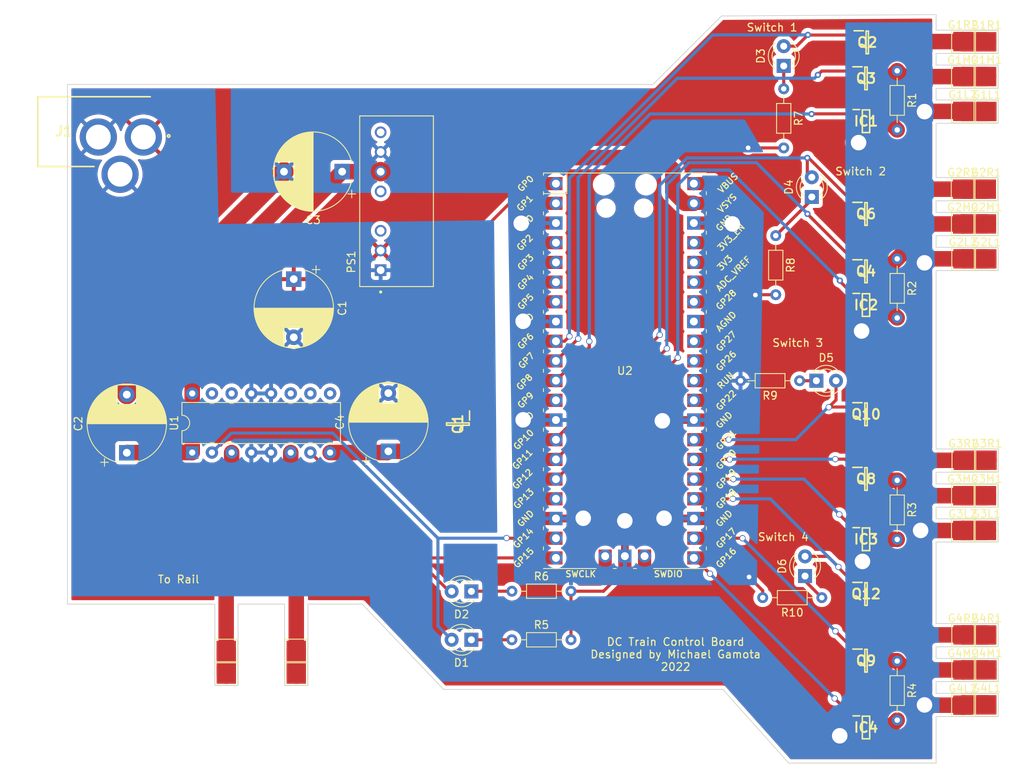
<source format=kicad_pcb>
(kicad_pcb (version 20211014) (generator pcbnew)
  (layers (0 "F.Cu" signal) (31 "B.Cu" signal) (34 "B.Paste" user) (35 "F.Paste" user) (36 "B.SilkS" user "B.Silkscreen") (37 "F.SilkS" user "F.Silkscreen") (38 "B.Mask" user) (39 "F.Mask" user) (44 "Edge.Cuts" user))
  (net 0 "")
  (net 1 "18V")
  (net 2 "GND1")
  (net 3 "+5V")
  (net 4 "GND")
  (net 5 "RAIL")
  (net 6 "Net-(G1M1-Pad1)")
  (net 7 "Net-(G1R1-Pad1)")
  (net 8 "Net-(G2M1-Pad1)")
  (net 9 "Net-(G2R1-Pad1)")
  (net 10 "Net-(G3M1-Pad1)")
  (net 11 "Net-(G3R1-Pad1)")
  (net 12 "Net-(G4M1-Pad1)")
  (net 13 "Net-(G4R1-Pad1)")
  (net 17 "PWM")
  (net 18 "G1A")
  (net 19 "G1B")
  (net 20 "G2B")
  (net 21 "G1C")
  (net 22 "G2A")
  (net 23 "G2C")
  (net 24 "G3B")
  (net 25 "G4B")
  (net 26 "G3A")
  (net 27 "G3C")
  (net 28 "G4A")
  (net 29 "G4C")
  (net 30 "Net-(RailA1-Pad1)")
  (net 31 "Net-(RailB1-Pad1)")
  (net 32 "Rail1")
  (net 33 "Rail2")
  (net 50 "3.3")
  (net 54 "Net-(IC1-Pad3)")
  (net 55 "Net-(IC2-Pad3)")
  (net 56 "Net-(IC3-Pad3)")
  (net 57 "Net-(IC4-Pad3)")
  (net 58 "Net-(D1-Pad1)")
  (net 59 "Net-(D2-Pad1)")
  (net 60 "Net-(D3-Pad1)")
  (net 61 "Net-(D4-Pad1)")
  (net 62 "Net-(D5-Pad1)")
  (net 63 "Net-(D6-Pad1)")
  (footprint "TestPoint:TestPoint_Pad_2.5x2.5mm" (layer "F.Cu") (at 146.47 113.48)
    (fp_text reference "RailA2" hide)
    (fp_text value "TestPoint")
  )
  (footprint "Resistor_THT:R_Axial_DIN0204_L3.6mm_D1.6mm_P7.62mm_Horizontal" (layer "F.Cu") (at 232.98 62.98 -90)
    (fp_text reference "R2")
    (fp_text value "10k")
  )
  (footprint "Package_DIP:DIP-16_W7.62mm" (layer "F.Cu") (at 142.085 87.96 90)
    (fp_text reference "U1")
    (fp_text value "L293D")
  )
  (footprint "TestPoint:TestPoint_Pad_2.5x2.5mm" (layer "F.Cu") (at 244.53 120.49)
    (fp_text reference "G4L1")
    (fp_text value "TestPoint")
  )
  (footprint "TestPoint:TestPoint_Pad_2.5x2.5mm" (layer "F.Cu") (at 241.47 111.47)
    (fp_text reference "G4R2")
    (fp_text value "TestPoint")
  )
  (footprint "TestPoint:TestPoint_Pad_2.5x2.5mm" (layer "F.Cu") (at 244.52 35)
    (fp_text reference "G1R1")
    (fp_text value "TestPoint")
  )
  (footprint "TestPoint:TestPoint_Pad_2.5x2.5mm" (layer "F.Cu") (at 241.47 62.98)
    (fp_text reference "G2L2")
    (fp_text value "TestPoint")
  )
  (footprint "Capacitor_THT:CP_Radial_D10.0mm_P7.50mm" (layer "F.Cu") (at 133.65 87.987677 90)
    (fp_text reference "C2")
    (fp_text value "0.1uF")
  )
  (footprint "SamacSys_Parts:694106301002_1" (layer "F.Cu") (at 122.1795 51.08)
    (fp_text reference "J1")
    (fp_text value "694106301002" hide)
  )
  (footprint "SamacSys_Parts:SOT95P237X112-3N" (layer "F.Cu") (at 228.96 39.72)
    (fp_text reference "Q3")
    (fp_text value "NDS332P" hide)
  )
  (footprint "SamacSys_Parts:SOT95P237X112-3N" (layer "F.Cu") (at 228.96 83.03)
    (fp_text reference "Q10")
    (fp_text value "NDS332P" hide)
  )
  (footprint "SamacSys_Parts:SOT95P237X112-3N" (layer "F.Cu") (at 228.96 91.37)
    (fp_text reference "Q8")
    (fp_text value "NDS332P" hide)
  )
  (footprint "TestPoint:TestPoint_Pad_2.5x2.5mm" (layer "F.Cu") (at 155.5 116.52)
    (fp_text reference "RailB1" hide)
    (fp_text value "TestPoint")
  )
  (footprint "TestPoint:TestPoint_Pad_2.5x2.5mm" (layer "F.Cu") (at 241.45 34.97)
    (fp_text reference "G1R2")
    (fp_text value "TestPoint")
  )
  (footprint "SamacSys_Parts:SOT95P237X112-3N" (layer "F.Cu") (at 228.96 114.8)
    (fp_text reference "Q9")
    (fp_text value "NDS332P" hide)
  )
  (footprint "SamacSys_Parts:SOT95P240X110-3N" (layer "F.Cu") (at 228.96 68.94)
    (fp_text reference "IC2")
    (fp_text value "PJA3404_R1_00001" hide)
  )
  (footprint "TestPoint:TestPoint_Pad_2.5x2.5mm" (layer "F.Cu") (at 146.48 116.52)
    (fp_text reference "RailA1" hide)
    (fp_text value "TestPoint")
  )
  (footprint "Resistor_THT:R_Axial_DIN0204_L3.6mm_D1.6mm_P7.62mm_Horizontal" (layer "F.Cu") (at 232.98 38.74 -90)
    (fp_text reference "R1")
    (fp_text value "10k")
  )
  (footprint "TestPoint:TestPoint_Pad_2.5x2.5mm" (layer "F.Cu") (at 244.49 93.52)
    (fp_text reference "G3M1")
    (fp_text value "TestPoint")
  )
  (footprint "TestPoint:TestPoint_Pad_2.5x2.5mm" (layer "F.Cu") (at 244.49 58.48)
    (fp_text reference "G2M1")
    (fp_text value "TestPoint")
  )
  (footprint "Resistor_THT:R_Axial_DIN0204_L3.6mm_D1.6mm_P7.62mm_Horizontal" (layer "F.Cu") (at 183.3 112.1)
    (fp_text reference "R5")
    (fp_text value "300")
  )
  (footprint "LED_THT:LED_D3.0mm" (layer "F.Cu") (at 221.97 55.005 90)
    (fp_text reference "D4")
    (fp_text value "LED")
  )
  (footprint "TestPoint:TestPoint_Pad_2.5x2.5mm" (layer "F.Cu") (at 241.43 43.97)
    (fp_text reference "G1L2")
    (fp_text value "TestPoint")
  )
  (footprint "TestPoint:TestPoint_Pad_2.5x2.5mm" (layer "F.Cu") (at 241.5 88.96)
    (fp_text reference "G3R2")
    (fp_text value "TestPoint")
  )
  (footprint "TestPoint:TestPoint_Pad_2.5x2.5mm" (layer "F.Cu") (at 244.55 115.98)
    (fp_text reference "G4M1")
    (fp_text value "TestPoint")
  )
  (footprint "LED_THT:LED_D3.0mm" (layer "F.Cu") (at 178.075 112.1 180)
    (fp_text reference "D1")
    (fp_text value "LED")
  )
  (footprint "SamacSys_Parts:SOT95P237X112-3N" (layer "F.Cu") (at 228.96 57.2)
    (fp_text reference "Q6")
    (fp_text value "NDS332P" hide)
  )
  (footprint "TestPoint:TestPoint_Pad_2.5x2.5mm" (layer "F.Cu") (at 244.53 62.99)
    (fp_text reference "G2L1")
    (fp_text value "TestPoint")
  )
  (footprint "TestPoint:TestPoint_Pad_2.5x2.5mm" (layer "F.Cu") (at 241.42 58.49)
    (fp_text reference "G2M2")
    (fp_text value "TestPoint")
  )
  (footprint "Resistor_THT:R_Axial_DIN0204_L3.6mm_D1.6mm_P7.62mm_Horizontal" (layer "F.Cu") (at 223.26 106.67 180)
    (fp_text reference "R10")
    (fp_text value "300")
  )
  (footprint "SamacSys_Parts:SOT95P240X110-3N" (layer "F.Cu") (at 228.96 99.14)
    (fp_text reference "IC3")
    (fp_text value "PJA3404_R1_00001" hide)
  )
  (footprint "SamacSys_Parts:SOT95P240X110-3N" (layer "F.Cu") (at 228.96 45.24)
    (fp_text reference "IC1")
    (fp_text value "PJA3404_R1_00001" hide)
  )
  (footprint "TestPoint:TestPoint_Pad_2.5x2.5mm" (layer "F.Cu") (at 241.43 98.01)
    (fp_text reference "G3L2")
    (fp_text value "TestPoint")
  )
  (footprint "TestPoint:TestPoint_Pad_2.5x2.5mm" (layer "F.Cu") (at 244.47 54)
    (fp_text reference "G2R1")
    (fp_text value "TestPoint")
  )
  (footprint "TestPoint:TestPoint_Pad_2.5x2.5mm" (layer "F.Cu") (at 155.5 113.47)
    (fp_text reference "RailB2" hide)
    (fp_text value "TestPoint")
  )
  (footprint "SamacSys_Parts:SOT95P237X112-3N" (layer "F.Cu") (at 228.96 106.2)
    (fp_text reference "Q12")
    (fp_text value "NDS332P" hide)
  )
  (footprint "Resistor_THT:R_Axial_DIN0204_L3.6mm_D1.6mm_P7.62mm_Horizontal" (layer "F.Cu") (at 183.3 105.84)
    (fp_text reference "R6")
    (fp_text value "300")
  )
  (footprint "TestPoint:TestPoint_Pad_2.5x2.5mm" (layer "F.Cu") (at 244.52 111.48)
    (fp_text reference "G4R1")
    (fp_text value "TestPoint")
  )
  (footprint "TestPoint:TestPoint_Pad_2.5x2.5mm" (layer "F.Cu") (at 244.51 39.48)
    (fp_text reference "G1M1")
    (fp_text value "TestPoint")
  )
  (footprint "TestPoint:TestPoint_Pad_2.5x2.5mm" (layer "F.Cu") (at 244.49 98)
    (fp_text reference "G3L1")
    (fp_text value "TestPoint")
  )
  (footprint "TestPoint:TestPoint_Pad_2.5x2.5mm" (layer "F.Cu") (at 244.56 88.95)
    (fp_text reference "G3R1")
    (fp_text value "TestPoint")
  )
  (footprint "TestPoint:TestPoint_Pad_2.5x2.5mm" (layer "F.Cu") (at 241.45 120.53)
    (fp_text reference "G4L2")
    (fp_text value "TestPoint")
  )
  (footprint "SamacSys_Parts:SOT95P237X112-3N" (layer "F.Cu") (at 228.96 64.6)
    (fp_text reference "Q4")
    (fp_text value "NDS332P" hide)
  )
  (footprint "Resistor_THT:R_Axial_DIN0204_L3.6mm_D1.6mm_P7.62mm_Horizontal" (layer "F.Cu") (at 217.32 59.99 -90)
    (fp_text reference "R8")
    (fp_text value "300")
  )
  (footprint "SamacSys_Parts:SOT95P240X110-3N" (layer "F.Cu") (at 228.96 123.41)
    (fp_text reference "IC4")
    (fp_text value "PJA3404_R1_00001" hide)
  )
  (footprint "TestPoint:TestPoint_Pad_2.5x2.5mm" (layer "F.Cu") (at 241.44 39.49)
    (fp_text reference "G1M2")
    (fp_text value "TestPoint")
  )
  (footprint "TestPoint:TestPoint_Pad_2.5x2.5mm" (layer "F.Cu") (at 244.54 43.98)
    (fp_text reference "G1L1")
    (fp_text value "TestPoint")
  )
  (footprint "SamacSys_Parts:SOT95P237X112-3N" (layer "F.Cu") (at 229.12 35.08)
    (fp_text reference "Q2")
    (fp_text value "NDS332P" hide)
  )
  (footprint "Capacitor_THT:CP_Radial_D10.0mm_P7.50mm" (layer "F.Cu") (at 155.175 65.602323 -90)
    (fp_text reference "C1")
    (fp_text value "100uF")
  )
  (footprint "LED_THT:LED_D3.0mm" (layer "F.Cu") (at 221.1 103.885 90)
    (fp_text reference "D6")
    (fp_text value "LED")
  )
  (footprint "MCU_RaspberryPi_and_Boards:RPi_Pico_SMD_TH" (layer "F.Cu") (at 197.87 77.415)
    (fp_text reference "U2")
    (fp_text value "Pico")
  )
  (footprint "Resistor_THT:R_Axial_DIN0204_L3.6mm_D1.6mm_P7.62mm_Horizontal" (layer "F.Cu") (at 218.35 41.06 -90)
    (fp_text reference "R7")
    (fp_text value "300")
  )
  (footprint "Capacitor_THT:CP_Radial_D10.0mm_P7.50mm" (layer "F.Cu") (at 167.37488 87.795119 90)
    (fp_text reference "C4")
    (fp_text value "1uF")
  )
  (footprint "Capacitor_THT:CP_Radial_D10.0mm_P7.50mm" (layer "F.Cu") (at 161.417677 51.74 180)
    (fp_text reference "C3")
    (fp_text value "10uF")
  )
  (footprint "LED_THT:LED_D3.0mm" (layer "F.Cu") (at 222.555 78.7)
    (fp_text reference "D5")
    (fp_text value "LED")
  )
  (footprint "LED_THT:LED_D3.0mm" (layer "F.Cu") (at 178.075 105.86 180)
    (fp_text reference "D2")
    (fp_text value "LED")
  )
  (footprint "Resistor_THT:R_Axial_DIN0204_L3.6mm_D1.6mm_P7.62mm_Horizontal" (layer "F.Cu") (at 232.98 91.54 -90)
    (fp_text reference "R3")
    (fp_text value "10k")
  )
  (footprint "LED_THT:LED_D3.0mm" (layer "F.Cu") (at 218.35 38.105 90)
    (fp_text reference "D3")
    (fp_text value "LED")
  )
  (footprint "Resistor_THT:R_Axial_DIN0204_L3.6mm_D1.6mm_P7.62mm_Horizontal" (layer "F.Cu") (at 220.4 78.7 180)
    (fp_text reference "R9")
    (fp_text value "300")
  )
  (footprint "SamacSys_Parts:SOT95P237X112-3N" (layer "F.Cu") (at 176.34 84.29 -90)
    (fp_text reference "Q1")
    (fp_text value "NDS332P" hide)
  )
  (footprint "UWF1215S-3WR3:CONV_UWF1215S-3WR3" (layer "F.Cu") (at 168.43 55.5575 90)
    (fp_text reference "PS1")
    (fp_text value "UWF1215S-3WR3")
  )
  (footprint "TestPoint:TestPoint_Pad_2.5x2.5mm" (layer "F.Cu") (at 241.44 93.52)
    (fp_text reference "G3M2")
    (fp_text value "TestPoint")
  )
  (footprint "TestPoint:TestPoint_Pad_2.5x2.5mm" (layer "F.Cu") (at 241.4 54)
    (fp_text reference "G2R2")
    (fp_text value "TestPoint")
  )
  (footprint "TestPoint:TestPoint_Pad_2.5x2.5mm" (layer "F.Cu") (at 241.47 115.99)
    (fp_text reference "G4M2")
    (fp_text value "TestPoint")
  )
  (footprint "Resistor_THT:R_Axial_DIN0204_L3.6mm_D1.6mm_P7.62mm_Horizontal" (layer "F.Cu") (at 232.98 114.84 -90)
    (fp_text reference "R4")
    (fp_text value "10k")
  )
  (gr_line (start 246 45.5) (end 238 45.5) (layer "Edge.Cuts") (width 0.1))
  (gr_line (start 174.5 118.5) (end 210.5 118.5) (layer "Edge.Cuts") (width 0.1))
  (gr_line (start 148 107.5) (end 154 107.5) (layer "Edge.Cuts") (width 0.1))
  (gr_line (start 238 55.5) (end 238 57) (layer "Edge.Cuts") (width 0.1))
  (gr_line (start 246 64.5) (end 238 64.5) (layer "Edge.Cuts") (width 0.1))
  (gr_line (start 126 107.5) (end 145 107.5) (layer "Edge.Cuts") (width 0.1))
  (gr_line (start 246 114.5) (end 246 117.5) (layer "Edge.Cuts") (width 0.1))
  (gr_line (start 246 119) (end 246 122) (layer "Edge.Cuts") (width 0.1))
  (gr_line (start 238 52.5) (end 246 52.5) (layer "Edge.Cuts") (width 0.1))
  (gr_line (start 238 60) (end 238 61.5) (layer "Edge.Cuts") (width 0.1))
  (gr_line (start 227 128) (end 228 128) (layer "Edge.Cuts") (width 0.1))
  (gr_line (start 238 57) (end 246 57) (layer "Edge.Cuts") (width 0.1))
  (gr_line (start 238 122) (end 238 128) (layer "Edge.Cuts") (width 0.1))
  (gr_line (start 238 96.5) (end 246 96.5) (layer "Edge.Cuts") (width 0.1))
  (gr_line (start 246 38) (end 246 41) (layer "Edge.Cuts") (width 0.1))
  (gr_line (start 148 118) (end 148 110) (layer "Edge.Cuts") (width 0.1))
  (gr_line (start 210.5 118.5) (end 219 128) (layer "Edge.Cuts") (width 0.1))
  (gr_line (start 238 41) (end 238 42.5) (layer "Edge.Cuts") (width 0.1))
  (gr_line (start 238 45.5) (end 238 52.5) (layer "Edge.Cuts") (width 0.1))
  (gr_line (start 246 110) (end 246 113) (layer "Edge.Cuts") (width 0.1))
  (gr_line (start 238 110) (end 246 110) (layer "Edge.Cuts") (width 0.1))
  (gr_line (start 210.33 31.67) (end 204 38) (layer "Edge.Cuts") (width 0.1))
  (gr_line (start 246 33.5) (end 246 36.5) (layer "Edge.Cuts") (width 0.1))
  (gr_line (start 164 107.5) (end 174.5 118.5) (layer "Edge.Cuts") (width 0.1))
  (gr_line (start 246 36.5) (end 238 36.5) (layer "Edge.Cuts") (width 0.1))
  (gr_line (start 154 110) (end 154 118) (layer "Edge.Cuts") (width 0.1))
  (gr_line (start 238 61.5) (end 246 61.5) (layer "Edge.Cuts") (width 0.1))
  (gr_line (start 126 40.5) (end 126 107.5) (layer "Edge.Cuts") (width 0.1))
  (gr_line (start 154 118) (end 157 118) (layer "Edge.Cuts") (width 0.1))
  (gr_line (start 246 122) (end 238 122) (layer "Edge.Cuts") (width 0.1))
  (gr_line (start 238 119) (end 246 119) (layer "Edge.Cuts") (width 0.1))
  (gr_line (start 238 99.5) (end 238 110) (layer "Edge.Cuts") (width 0.1))
  (gr_line (start 246 42.5) (end 246 45.5) (layer "Edge.Cuts") (width 0.1))
  (gr_line (start 238 113) (end 238 114.5) (layer "Edge.Cuts") (width 0.1))
  (gr_line (start 238 90.5) (end 238 92) (layer "Edge.Cuts") (width 0.1))
  (gr_line (start 238 117.5) (end 238 119) (layer "Edge.Cuts") (width 0.1))
  (gr_line (start 219 128) (end 227 128) (layer "Edge.Cuts") (width 0.1))
  (gr_line (start 228 128) (end 238 128) (layer "Edge.Cuts") (width 0.1))
  (gr_line (start 157 107.5) (end 164 107.5) (layer "Edge.Cuts") (width 0.1))
  (gr_line (start 238 38) (end 246 38) (layer "Edge.Cuts") (width 0.1))
  (gr_line (start 210.33 31.67) (end 236.5 31.5) (layer "Edge.Cuts") (width 0.1))
  (gr_line (start 246 55.5) (end 238 55.5) (layer "Edge.Cuts") (width 0.1))
  (gr_line (start 236.5 31.5) (end 238 31.5) (layer "Edge.Cuts") (width 0.1))
  (gr_line (start 201.5 40.5) (end 126 40.5) (layer "Edge.Cuts") (width 0.1))
  (gr_line (start 246 60) (end 238 60) (layer "Edge.Cuts") (width 0.1))
  (gr_line (start 246 57) (end 246 60) (layer "Edge.Cuts") (width 0.1))
  (gr_line (start 246 52.5) (end 246 55.5) (layer "Edge.Cuts") (width 0.1))
  (gr_line (start 246 113) (end 238 113) (layer "Edge.Cuts") (width 0.1))
  (gr_line (start 246 92) (end 246 95) (layer "Edge.Cuts") (width 0.1))
  (gr_line (start 204 38) (end 201.5 40.5) (layer "Edge.Cuts") (width 0.1))
  (gr_line (start 238 33) (end 238 33.5) (layer "Edge.Cuts") (width 0.1))
  (gr_line (start 145 110) (end 145 107.5) (layer "Edge.Cuts") (width 0.1))
  (gr_line (start 238 31.5) (end 238 33) (layer "Edge.Cuts") (width 0.1))
  (gr_line (start 157 118) (end 157 107.5) (layer "Edge.Cuts") (width 0.1))
  (gr_line (start 238 33.5) (end 246 33.5) (layer "Edge.Cuts") (width 0.1))
  (gr_line (start 238 92) (end 246 92) (layer "Edge.Cuts") (width 0.1))
  (gr_line (start 238 36.5) (end 238 38) (layer "Edge.Cuts") (width 0.1))
  (gr_line (start 246 96.5) (end 246 99.5) (layer "Edge.Cuts") (width 0.1))
  (gr_line (start 238 87.5) (end 246 87.5) (layer "Edge.Cuts") (width 0.1))
  (gr_line (start 238 42.5) (end 246 42.5) (layer "Edge.Cuts") (width 0.1))
  (gr_line (start 145 110) (end 145 118) (layer "Edge.Cuts") (width 0.1))
  (gr_line (start 246 41) (end 238 41) (layer "Edge.Cuts") (width 0.1))
  (gr_line (start 238 114.5) (end 246 114.5) (layer "Edge.Cuts") (width 0.1))
  (gr_line (start 154 107.5) (end 154 110) (layer "Edge.Cuts") (width 0.1))
  (gr_line (start 246 95) (end 238 95) (layer "Edge.Cuts") (width 0.1))
  (gr_line (start 145 118) (end 148 118) (layer "Edge.Cuts") (width 0.1))
  (gr_line (start 238 95) (end 238 96.5) (layer "Edge.Cuts") (width 0.1))
  (gr_line (start 246 99.5) (end 238 99.5) (layer "Edge.Cuts") (width 0.1))
  (gr_line (start 246 61.5) (end 246 64.5) (layer "Edge.Cuts") (width 0.1))
  (gr_line (start 246 87.5) (end 246 90.5) (layer "Edge.Cuts") (width 0.1))
  (gr_line (start 238 64.5) (end 238 87.5) (layer "Edge.Cuts") (width 0.1))
  (gr_line (start 246 117.5) (end 238 117.5) (layer "Edge.Cuts") (width 0.1))
  (gr_line (start 148 110) (end 148 107.5) (layer "Edge.Cuts") (width 0.1))
  (gr_line (start 246 90.5) (end 238 90.5) (layer "Edge.Cuts") (width 0.1))
  (gr_text "To Rail" (at 140.33 104.31) (layer "F.SilkS") (effects (font (size 1 1))))
  (gr_text "Switch 1" (at 216.85 33.15) (layer "F.SilkS") (effects (font (size 1 1))))
  (gr_text "Switch 2" (at 228.27 51.71) (layer "F.SilkS") (effects (font (size 1 1))))
  (gr_text "DC Train Control Board\nDesigned by Michael Gamota\n2022" (at 204.41 113.98) (layer "F.SilkS") (effects (font (size 1 1))))
  (gr_text "Switch 3" (at 220.16 73.82) (layer "F.SilkS") (effects (font (size 1 1))))
  (gr_text "Switch 4" (at 218.3 98.85) (layer "F.SilkS") (effects (font (size 1 1))))
  (segment (start 236.01 98.01) (end 236 98) (width 2) (layer "F.Cu") (net 2))
  (segment (start 244.53 120.49) (end 241.49 120.49) (width 2.5) (layer "F.Cu") (net 2))
  (segment (start 241.44 43.98) (end 241.43 43.97) (width 2.5) (layer "F.Cu") (net 2))
  (segment (start 228.39 72.29) (end 227.71 71.61) (width 1) (layer "F.Cu") (net 2))
  (segment (start 236.53 120.53) (end 236.5 120.5) (width 2) (layer "F.Cu") (net 2))
  (segment (start 241.45 120.53) (end 236.53 120.53) (width 2) (layer "F.Cu") (net 2))
  (segment (start 244.53 62.99) (end 241.48 62.99) (width 2.5) (layer "F.Cu") (net 2))
  (segment (start 237.02 62.98) (end 236.5 63.5) (width 2) (layer "F.Cu") (net 2))
  (segment (start 241.48 62.99) (end 241.47 62.98) (width 2.5) (layer "F.Cu") (net 2))
  (segment (start 227.71 100.09) (end 227.71 101.21) (width 1) (layer "F.Cu") (net 2))
  (segment (start 241.49 120.49) (end 241.45 120.53) (width 2.5) (layer "F.Cu") (net 2))
  (segment (start 227.71 46.19) (end 227.71 47.71) (width 1) (layer "F.Cu") (net 2))
  (segment (start 227.71 47.71) (end 228 48) (width 1) (layer "F.Cu") (net 2))
  (segment (start 241.43 98.01) (end 236.01 98.01) (width 2) (layer "F.Cu") (net 2))
  (segment (start 241.43 43.97) (end 236.53 43.97) (width 2) (layer "F.Cu") (net 2))
  (segment (start 241.47 62.98) (end 237.02 62.98) (width 2) (layer "F.Cu") (net 2))
  (segment (start 241.44 98) (end 241.43 98.01) (width 2.5) (layer "F.Cu") (net 2))
  (segment (start 244.49 98) (end 241.44 98) (width 2.5) (layer "F.Cu") (net 2))
  (segment (start 227.71 71.61) (end 227.71 69.89) (width 1) (layer "F.Cu") (net 2))
  (segment (start 227.71 101.21) (end 228.5 102) (width 1) (layer "F.Cu") (net 2))
  (segment (start 244.54 43.98) (end 241.44 43.98) (width 2.5) (layer "F.Cu") (net 2))
  (segment (start 236.53 43.97) (end 236.5 44) (width 2) (layer "F.Cu") (net 2))
  (segment (start 225.69 124.36) (end 227.71 124.36) (width 1) (layer "F.Cu") (net 2))
  (segment (start 225.57 124.48) (end 225.69 124.36) (width 1) (layer "F.Cu") (net 2))
  (via (at 228.39 72.29) (size 2.5) (drill 2) (layers "F.Cu" "B.Cu") (net 2))
  (via (at 228 48) (size 2.5) (drill 2) (layers "F.Cu" "B.Cu") (net 2))
  (via (at 236.5 120.5) (size 2.5) (drill 2) (layers "F.Cu" "B.Cu") (net 2))
  (via (at 228.5 102) (size 2.5) (drill 2) (layers "F.Cu" "B.Cu") (net 2))
  (via (at 236.5 44) (size 2.5) (drill 2) (layers "F.Cu" "B.Cu") (net 2))
  (via (at 225.57 124.48) (size 2.5) (drill 2) (layers "F.Cu" "B.Cu") (net 2))
  (via (at 236 98) (size 2.5) (drill 2) (layers "F.Cu" "B.Cu") (net 2))
  (via (at 236.5 63.5) (size 2.5) (drill 2) (layers "F.Cu" "B.Cu") (net 2))
  (segment (start 205.608709 55.825) (end 204.05 54.266291) (width 2) (layer "F.Cu") (net 3))
  (segment (start 142.085 87.96) (end 133.677677 87.96) (width 2) (layer "F.Cu") (net 3))
  (segment (start 133.677677 87.96) (end 133.65 87.987677) (width 2) (layer "F.Cu") (net 3))
  (segment (start 174.45 49.93) (end 172.6325 51.7475) (width 2) (layer "F.Cu") (net 3))
  (segment (start 142.085 71.072677) (end 142.085 80.34) (width 2) (layer "F.Cu") (net 3))
  (segment (start 166.3725 51.74) (end 166.38 51.7475) (width 2.5) (layer "F.Cu") (net 3))
  (segment (start 166.38 51.7475) (end 161.425177 51.7475) (width 2) (layer "F.Cu") (net 3))
  (segment (start 206.76 55.825) (end 205.608709 55.825) (width 2) (layer "F.Cu") (net 3))
  (segment (start 172.6325 51.7475) (end 166.38 51.7475) (width 2) (layer "F.Cu") (net 3))
  (segment (start 142.085 87.96) (end 142.085 80.34) (width 2) (layer "F.Cu") (net 3))
  (segment (start 161.417677 51.74) (end 142.085 71.072677) (width 2) (layer "F.Cu") (net 3))
  (segment (start 202.5 49.93) (end 174.45 49.93) (width 2) (layer "F.Cu") (net 3))
  (segment (start 204.05 54.266291) (end 204.05 51.48) (width 2) (layer "F.Cu") (net 3))
  (segment (start 204.05 51.48) (end 202.5 49.93) (width 2) (layer "F.Cu") (net 3))
  (segment (start 161.425177 51.7475) (end 161.417677 51.74) (width 2) (layer "F.Cu") (net 3))
  (segment (start 192.465 96.465) (end 192.5 96.43) (width 1) (layer "F.Cu") (net 4))
  (segment (start 206.76 58.365) (end 211.615 58.365) (width 1) (layer "F.Cu") (net 4))
  (segment (start 188.98 58.365) (end 184.535 58.365) (width 1) (layer "F.Cu") (net 4))
  (segment (start 197.87 96.77) (end 197.86 96.76) (width 1) (layer "F.Cu") (net 4))
  (segment (start 184.775 83.765) (end 184.75 83.74) (width 1) (layer "F.Cu") (net 4))
  (segment (start 190.92 112.1) (end 190.92 105.84) (width 0.4) (layer "F.Cu") (net 4))
  (segment (start 202.955 96.465) (end 202.92 96.43) (width 1) (layer "F.Cu") (net 4))
  (segment (start 211.615 58.365) (end 211.73 58.48) (width 1) (layer "F.Cu") (net 4))
  (segment (start 206.76 96.465) (end 202.955 96.465) (width 1) (layer "F.Cu") (net 4))
  (segment (start 214.74 67.61) (end 214.7 67.65) (width 0.4) (layer "F.Cu") (net 4))
  (segment (start 133.65 72.007677) (end 153.917677 51.74) (width 2.5) (layer "F.Cu") (net 4))
  (segment (start 197.87 101.315) (end 197.87 96.77) (width 1) (layer "F.Cu") (net 4))
  (segment (start 188.98 96.465) (end 192.465 96.465) (width 1) (layer "F.Cu") (net 4))
  (segment (start 184.785 71.065) (end 184.75 71.03) (width 1) (layer "F.Cu") (net 4))
  (segment (start 197.87 103.075) (end 197.87 101.315) (width 0.4) (layer "F.Cu") (net 4))
  (segment (start 215.64 106.67) (end 215.64 105.76) (width 0.4) (layer "F.Cu") (net 4))
  (segment (start 184.535 58.365) (end 184.5 58.4) (width 1) (layer "F.Cu") (net 4))
  (segment (start 133.65 80.487677) (end 133.65 72.007677) (width 2.5) (layer "F.Cu") (net 4))
  (segment (start 217.32 67.61) (end 214.74 67.61) (width 0.4) (layer "F.Cu") (net 4))
  (segment (start 195.105 105.84) (end 197.87 103.075) (width 0.4) (layer "F.Cu") (net 4))
  (segment (start 213.77 48.68) (end 213.76 48.67) (width 0.4) (layer "F.Cu") (net 4))
  (segment (start 190.92 105.84) (end 195.105 105.84) (width 0.4) (layer "F.Cu") (net 4))
  (segment (start 215.64 105.76) (end 213.88 104) (width 0.4) (layer "F.Cu") (net 4))
  (segment (start 218.35 48.68) (end 213.77 48.68) (width 0.4) (layer "F.Cu") (net 4))
  (segment (start 188.98 83.765) (end 184.775 83.765) (width 1) (layer "F.Cu") (net 4))
  (segment (start 206.76 83.765) (end 202.805 83.765) (width 1) (layer "F.Cu") (net 4))
  (segment (start 202.805 83.765) (end 202.7 83.87) (width 1) (layer "F.Cu") (net 4))
  (segment (start 188.98 71.065) (end 184.785 71.065) (width 1) (layer "F.Cu") (net 4))
  (via (at 197.86 96.76) (size 2.5) (drill 2) (layers "F.Cu" "B.Cu") (net 4))
  (via (at 213.76 48.67) (size 0.8) (drill 0.6) (layers "F.Cu" "B.Cu") (net 4))
  (via (at 214.7 67.65) (size 0.8) (drill 0.6) (layers "F.Cu" "B.Cu") (net 4))
  (via (at 184.75 83.74) (size 2.5) (drill 2) (layers "F.Cu" "B.Cu") (net 4))
  (via (at 202.92 96.43) (size 2.5) (drill 2) (layers "F.Cu" "B.Cu") (net 4))
  (via (at 213.88 104) (size 0.8) (drill 0.6) (layers "F.Cu" "B.Cu") (net 4))
  (via (at 184.5 58.4) (size 2.5) (drill 2) (layers "F.Cu" "B.Cu") (net 4))
  (via (at 184.75 71.03) (size 2.5) (drill 2) (layers "F.Cu" "B.Cu") (net 4))
  (via (at 211.73 58.48) (size 2.5) (drill 2) (layers "F.Cu" "B.Cu") (net 4))
  (via (at 192.5 96.43) (size 2.5) (drill 2) (layers "F.Cu" "B.Cu") (net 4))
  (via (at 202.7 83.87) (size 2.5) (drill 2) (layers "F.Cu" "B.Cu") (net 4))
  (segment (start 159.865 87.96) (end 167.209999 87.96) (width 2) (layer "F.Cu") (net 5))
  (segment (start 167.209999 87.96) (end 167.37488 87.795119) (width 2) (layer "F.Cu") (net 5))
  (segment (start 167.37488 87.795119) (end 173.934881 87.795119) (width 2) (layer "F.Cu") (net 5))
  (segment (start 173.934881 87.795119) (end 176.34 85.39) (width 2) (layer "F.Cu") (net 5))
  (segment (start 241.45 39.48) (end 241.44 39.49) (width 2.5) (layer "F.Cu") (net 6))
  (segment (start 233.73 39.49) (end 232.98 38.74) (width 2) (layer "F.Cu") (net 6))
  (segment (start 232 39.72) (end 232.98 38.74) (width 2) (layer "F.Cu") (net 6))
  (segment (start 230.06 39.72) (end 232 39.72) (width 2) (layer "F.Cu") (net 6))
  (segment (start 241.44 39.49) (end 233.73 39.49) (width 2) (layer "F.Cu") (net 6))
  (segment (start 244.51 39.48) (end 241.45 39.48) (width 2.5) (layer "F.Cu") (net 6))
  (segment (start 244.52 35) (end 241.48 35) (width 2.5) (layer "F.Cu") (net 7))
  (segment (start 241.45 34.97) (end 230.33 34.97) (width 2) (layer "F.Cu") (net 7))
  (segment (start 230.33 34.97) (end 230.22 35.08) (width 2) (layer "F.Cu") (net 7))
  (segment (start 241.48 35) (end 241.45 34.97) (width 2.5) (layer "F.Cu") (net 7))
  (segment (start 236.38 59.58) (end 236.38 59.55) (width 2) (layer "F.Cu") (net 8))
  (segment (start 241.43 58.48) (end 241.42 58.49) (width 2.5) (layer "F.Cu") (net 8))
  (segment (start 236.36 59.53) (end 236.38 59.55) (width 2) (layer "F.Cu") (net 8))
  (segment (start 231.36 64.6) (end 232.98 62.98) (width 2) (layer "F.Cu") (net 8))
  (segment (start 237.4 58.49) (end 236.36 59.53) (width 2) (layer "F.Cu") (net 8))
  (segment (start 230.06 64.6) (end 231.36 64.6) (width 2) (layer "F.Cu") (net 8))
  (segment (start 232.98 62.98) (end 236.38 59.58) (width 2) (layer "F.Cu") (net 8))
  (segment (start 241.42 58.49) (end 237.4 58.49) (width 2) (layer "F.Cu") (net 8))
  (segment (start 244.49 58.48) (end 241.43 58.48) (width 2.5) (layer "F.Cu") (net 8))
  (segment (start 241.4 54) (end 233.26 54) (width 2) (layer "F.Cu") (net 9))
  (segment (start 233.26 54) (end 230.06 57.2) (width 2) (layer "F.Cu") (net 9))
  (segment (start 244.47 54) (end 241.4 54) (width 2.5) (layer "F.Cu") (net 9))
  (segment (start 244.49 93.52) (end 241.44 93.52) (width 2.5) (layer "F.Cu") (net 10))
  (segment (start 232.98 91.54) (end 230.23 91.54) (width 2) (layer "F.Cu") (net 10))
  (segment (start 241.44 93.52) (end 234.96 93.52) (width 2) (layer "F.Cu") (net 10))
  (segment (start 230.23 91.54) (end 230.06 91.37) (width 2) (layer "F.Cu") (net 10))
  (segment (start 234.96 93.52) (end 232.98 91.54) (width 2) (layer "F.Cu") (net 10))
  (segment (start 244.56 88.95) (end 241.51 88.95) (width 2.5) (layer "F.Cu") (net 11))
  (segment (start 235.99 88.96) (end 230.06 83.03) (width 2) (layer "F.Cu") (net 11))
  (segment (start 241.5 88.96) (end 235.99 88.96) (width 2) (layer "F.Cu") (net 11))
  (segment (start 241.51 88.95) (end 241.5 88.96) (width 2.5) (layer "F.Cu") (net 11))
  (segment (start 241.48 115.98) (end 241.47 115.99) (width 2.5) (layer "F.Cu") (net 12))
  (segment (start 230.06 114.8) (end 232.94 114.8) (width 2) (layer "F.Cu") (net 12))
  (segment (start 241.47 115.99) (end 234.13 115.99) (width 2) (layer "F.Cu") (net 12))
  (segment (start 244.55 115.98) (end 241.48 115.98) (width 2.5) (layer "F.Cu") (net 12))
  (segment (start 232.94 114.8) (end 232.98 114.84) (width 2) (layer "F.Cu") (net 12))
  (segment (start 234.13 115.99) (end 232.98 114.84) (width 2) (layer "F.Cu") (net 12))
  (segment (start 235.33 111.47) (end 230.06 106.2) (width 2) (layer "F.Cu") (net 13))
  (segment (start 244.52 111.48) (end 241.48 111.48) (width 2.5) (layer "F.Cu") (net 13))
  (segment (start 241.47 111.47) (end 235.33 111.47) (width 2) (layer "F.Cu") (net 13))
  (segment (start 241.48 111.48) (end 241.47 111.47) (width 2.5) (layer "F.Cu") (net 13))
  (segment (start 188.98 53.285) (end 185.535 53.285) (width 0.4) (layer "F.Cu") (net 17))
  (segment (start 185.535 53.285) (end 177.29 61.53) (width 0.4) (layer "F.Cu") (net 17))
  (segment (start 177.29 61.53) (end 177.29 83.19) (width 0.4) (layer "F.Cu") (net 17))
  (segment (start 190.72 72.98) (end 190.095 73.605) (width 0.4) (layer "F.Cu") (net 18))
  (segment (start 221.47 34.11) (end 221.49 34.13) (width 0.4) (layer "F.Cu") (net 18))
  (segment (start 221.49 34.13) (end 228.02 34.13) (width 0.4) (layer "F.Cu") (net 18))
  (segment (start 218.35 35.565) (end 220.015 35.565) (width 0.4) (layer "F.Cu") (net 18))
  (segment (start 220.015 35.565) (end 221.47 34.11) (width 0.4) (layer "F.Cu") (net 18))
  (segment (start 190.095 73.605) (end 188.98 73.605) (width 0.4) (layer "F.Cu") (net 18))
  (via (at 221.47 34.11) (size 0.8) (drill 0.4) (layers "F.Cu" "B.Cu") (net 18))
  (via (at 190.72 72.98) (size 0.8) (drill 0.6) (layers "F.Cu" "B.Cu") (net 18))
  (segment (start 209.19 34.11) (end 221.47 34.11) (width 0.4) (layer "B.Cu") (net 18))
  (segment (start 190.72 72.98) (end 190.72 52.58) (width 0.4) (layer "B.Cu") (net 18))
  (segment (start 190.72 52.58) (end 209.19 34.11) (width 0.4) (layer "B.Cu") (net 18))
  (segment (start 188.98 76.145) (end 191.85 73.275) (width 0.4) (layer "F.Cu") (net 19))
  (segment (start 223.25 38.77) (end 227.86 38.77) (width 0.4) (layer "F.Cu") (net 19))
  (segment (start 222.75 39.27) (end 223.25 38.77) (width 0.4) (layer "F.Cu") (net 19))
  (via (at 191.85 73.275) (size 0.8) (drill 0.6) (layers "F.Cu" "B.Cu") (net 19))
  (via (at 222.75 39.27) (size 0.8) (drill 0.4) (layers "F.Cu" "B.Cu") (net 19))
  (segment (start 222.32 39.7) (end 204.63 39.7) (width 0.4) (layer "B.Cu") (net 19))
  (segment (start 222.75 39.27) (end 222.32 39.7) (width 0.4) (layer "B.Cu") (net 19))
  (segment (start 204.63 39.7) (end 191.85 52.48) (width 0.4) (layer "B.Cu") (net 19))
  (segment (start 191.85 52.48) (end 191.85 73.275) (width 0.4) (layer "B.Cu") (net 19))
  (segment (start 188.98 88.845) (end 203.28 74.545) (width 0.4) (layer "F.Cu") (net 20))
  (segment (start 221.41 57.19) (end 221.41 57.2) (width 0.4) (layer "F.Cu") (net 20))
  (segment (start 221.41 57.2) (end 227.86 63.65) (width 0.4) (layer "F.Cu") (net 20))
  (via (at 221.41 57.19) (size 0.8) (drill 0.4) (layers "F.Cu" "B.Cu") (net 20))
  (via (at 203.28 74.545) (size 0.8) (drill 0.6) (layers "F.Cu" "B.Cu") (net 20))
  (segment (start 206.114264 50.584264) (end 203.28 53.418528) (width 0.4) (layer "B.Cu") (net 20))
  (segment (start 221.41 57.16) (end 214.834264 50.584264) (width 0.4) (layer "B.Cu") (net 20))
  (segment (start 214.834264 50.584264) (end 206.114264 50.584264) (width 0.4) (layer "B.Cu") (net 20))
  (segment (start 203.28 53.418528) (end 203.28 74.545) (width 0.4) (layer "B.Cu") (net 20))
  (segment (start 221.41 57.19) (end 221.41 57.16) (width 0.4) (layer "B.Cu") (net 20))
  (segment (start 193.28 74.385) (end 193.28 73.62) (width 0.4) (layer "F.Cu") (net 21))
  (segment (start 188.98 78.685) (end 193.28 74.385) (width 0.4) (layer "F.Cu") (net 21))
  (segment (start 221.96 44.29) (end 227.71 44.29) (width 0.4) (layer "F.Cu") (net 21))
  (segment (start 221.94 44.31) (end 221.96 44.29) (width 0.4) (layer "F.Cu") (net 21))
  (via (at 193.28 73.62) (size 0.8) (drill 0.6) (layers "F.Cu" "B.Cu") (net 21))
  (via (at 221.94 44.31) (size 0.8) (drill 0.4) (layers "F.Cu" "B.Cu") (net 21))
  (segment (start 221.94 44.31) (end 221.93 44.3) (width 0.4) (layer "B.Cu") (net 21))
  (segment (start 201.12 44.3) (end 193.28 52.14) (width 0.4) (layer "B.Cu") (net 21))
  (segment (start 193.28 52.14) (end 193.28 73.62) (width 0.4) (layer "B.Cu") (net 21))
  (segment (start 221.93 44.3) (end 201.12 44.3) (width 0.4) (layer "B.Cu") (net 21))
  (segment (start 221.39 49.97) (end 221.56 49.97) (width 0.4) (layer "F.Cu") (net 22))
  (segment (start 221.56 49.97) (end 227.84 56.25) (width 0.4) (layer "F.Cu") (net 22))
  (segment (start 227.84 56.25) (end 227.86 56.25) (width 0.4) (layer "F.Cu") (net 22))
  (segment (start 188.98 86.17) (end 202.36 72.79) (width 0.4) (layer "F.Cu") (net 22))
  (segment (start 221.39 51.885) (end 221.97 52.465) (width 0.4) (layer "F.Cu") (net 22))
  (segment (start 188.98 86.305) (end 188.98 86.17) (width 0.4) (layer "F.Cu") (net 22))
  (segment (start 221.39 49.97) (end 221.39 51.885) (width 0.4) (layer "F.Cu") (net 22))
  (via (at 221.39 49.97) (size 0.8) (drill 0.4) (layers "F.Cu" "B.Cu") (net 22))
  (via (at 202.36 72.79) (size 0.8) (drill 0.6) (layers "F.Cu" "B.Cu") (net 22))
  (segment (start 221.39 49.97) (end 205.88 49.97) (width 0.4) (layer "B.Cu") (net 22))
  (segment (start 202.36 53.49) (end 202.36 72.79) (width 0.4) (layer "B.Cu") (net 22))
  (segment (start 205.88 49.97) (end 202.36 53.49) (width 0.4) (layer "B.Cu") (net 22))
  (segment (start 189.035 91.385) (end 204.69 75.73) (width 0.4) (layer "F.Cu") (net 23))
  (segment (start 225.59 65.87) (end 227.71 67.99) (width 0.4) (layer "F.Cu") (net 23))
  (segment (start 225.59 65.79) (end 225.59 65.87) (width 0.4) (layer "F.Cu") (net 23))
  (segment (start 188.98 91.385) (end 189.035 91.385) (width 0.4) (layer "F.Cu") (net 23))
  (via (at 225.59 65.79) (size 0.8) (drill 0.4) (layers "F.Cu" "B.Cu") (net 23))
  (via (at 204.69 75.73) (size 0.8) (drill 0.6) (layers "F.Cu" "B.Cu") (net 23))
  (segment (start 204.69 53.44) (end 204.69 75.73) (width 0.4) (layer "B.Cu") (net 23))
  (segment (start 225.59 65.79) (end 225.59 65.78) (width 0.4) (layer "B.Cu") (net 23))
  (segment (start 211.35 51.54) (end 206.59 51.54) (width 0.4) (layer "B.Cu") (net 23))
  (segment (start 225.59 65.78) (end 211.35 51.54) (width 0.4) (layer "B.Cu") (net 23))
  (segment (start 206.59 51.54) (end 204.69 53.44) (width 0.4) (layer "B.Cu") (net 23))
  (segment (start 225 88.81) (end 226.25 88.81) (width 0.4) (layer "F.Cu") (net 24))
  (segment (start 206.76 88.845) (end 211.365 88.845) (width 0.4) (layer "F.Cu") (net 24))
  (segment (start 226.25 88.81) (end 227.86 90.42) (width 0.4) (layer "F.Cu") (net 24))
  (segment (start 211.365 88.845) (end 211.37 88.85) (width 0.4) (layer "F.Cu") (net 24))
  (via (at 211.37 88.85) (size 0.8) (drill 0.6) (layers "F.Cu" "B.Cu") (net 24))
  (via (at 225 88.81) (size 0.8) (drill 0.6) (layers "F.Cu" "B.Cu") (net 24))
  (segment (start 211.37 88.85) (end 211.4 88.82) (width 0.4) (layer "B.Cu") (net 24))
  (segment (start 224.99 88.82) (end 225 88.81) (width 0.4) (layer "B.Cu") (net 24))
  (segment (start 211.4 88.82) (end 224.99 88.82) (width 0.4) (layer "B.Cu") (net 24))
  (segment (start 225.02 110.99) (end 227.86 113.83) (width 0.4) (layer "F.Cu") (net 25))
  (segment (start 227.86 113.83) (end 227.86 113.85) (width 0.4) (layer "F.Cu") (net 25))
  (segment (start 206.76 99.005) (end 213.035 99.005) (width 0.4) (layer "F.Cu") (net 25))
  (via (at 225.02 110.99) (size 0.8) (drill 0.6) (layers "F.Cu" "B.Cu") (net 25))
  (via (at 213.035 99.005) (size 0.8) (drill 0.6) (layers "F.Cu" "B.Cu") (net 25))
  (segment (start 213.035 99.005) (end 225.02 110.99) (width 0.4) (layer "B.Cu") (net 25))
  (segment (start 225.095 78.7) (end 225.095 81.175) (width 0.4) (layer "F.Cu") (net 26))
  (segment (start 224.16 82.11) (end 224.18 82.09) (width 0.4) (layer "F.Cu") (net 26))
  (segment (start 206.76 86.305) (end 211.235 86.305) (width 0.4) (layer "F.Cu") (net 26))
  (segment (start 224.18 82.09) (end 227.85 82.09) (width 0.4) (layer "F.Cu") (net 26))
  (segment (start 227.85 82.09) (end 227.86 82.08) (width 0.4) (layer "F.Cu") (net 26))
  (segment (start 211.235 86.305) (end 211.25 86.29) (width 0.4) (layer "F.Cu") (net 26))
  (segment (start 225.095 81.175) (end 224.16 82.11) (width 0.4) (layer "F.Cu") (net 26))
  (via (at 224.16 82.11) (size 0.8) (drill 0.6) (layers "F.Cu" "B.Cu") (net 26))
  (via (at 211.25 86.29) (size 0.8) (drill 0.6) (layers "F.Cu" "B.Cu") (net 26))
  (segment (start 211.25 86.29) (end 219.87 86.29) (width 0.4) (layer "B.Cu") (net 26))
  (segment (start 224.16 82.11) (end 224.08 82.11) (width 0.4) (layer "B.Cu") (net 26))
  (segment (start 224.08 82.11) (end 219.885 86.305) (width 0.4) (layer "B.Cu") (net 26))
  (segment (start 219.87 86.29) (end 219.885 86.305) (width 0.4) (layer "B.Cu") (net 26))
  (segment (start 206.76 91.385) (end 211.855 91.385) (width 0.4) (layer "F.Cu") (net 27))
  (segment (start 227.71 98.13) (end 225.51 95.93) (width 0.4) (layer "F.Cu") (net 27))
  (segment (start 227.71 98.19) (end 227.71 98.13) (width 0.4) (layer "F.Cu") (net 27))
  (via (at 211.855 91.385) (size 0.8) (drill 0.6) (layers "F.Cu" "B.Cu") (net 27))
  (via (at 225.51 95.93) (size 0.8) (drill 0.6) (layers "F.Cu" "B.Cu") (net 27))
  (segment (start 220.965 91.385) (end 225.51 95.93) (width 0.4) (layer "B.Cu") (net 27))
  (segment (start 220.965 91.385) (end 211.855 91.385) (width 0.4) (layer "B.Cu") (net 27))
  (segment (start 225.4 102.71) (end 225.4 102.79) (width 0.4) (layer "F.Cu") (net 28))
  (segment (start 221.1 101.345) (end 224.035 101.345) (width 0.4) (layer "F.Cu") (net 28))
  (segment (start 224.035 101.345) (end 225.4 102.71) (width 0.4) (layer "F.Cu") (net 28))
  (segment (start 211.795 93.925) (end 211.8 93.93) (width 0.4) (layer "F.Cu") (net 28))
  (segment (start 225.4 102.79) (end 227.86 105.25) (width 0.4) (layer "F.Cu") (net 28))
  (segment (start 206.76 93.925) (end 211.795 93.925) (width 0.4) (layer "F.Cu") (net 28))
  (via (at 211.8 93.93) (size 0.8) (drill 0.6) (layers "F.Cu" "B.Cu") (net 28))
  (via (at 225.4 102.71) (size 0.8) (drill 0.6) (layers "F.Cu" "B.Cu") (net 28))
  (segment (start 211.8 93.93) (end 216.62 93.93) (width 0.4) (layer "B.Cu") (net 28))
  (segment (start 216.62 93.93) (end 225.4 102.71) (width 0.4) (layer "B.Cu") (net 28))
  (segment (start 224.915 119.665) (end 227.71 122.46) (width 0.4) (layer "F.Cu") (net 29))
  (segment (start 208.84 103.58) (end 206.805 101.545) (width 0.4) (layer "F.Cu") (net 29))
  (segment (start 206.805 101.545) (end 206.76 101.545) (width 0.4) (layer "F.Cu") (net 29))
  (via (at 224.915 119.665) (size 0.8) (drill 0.6) (layers "F.Cu" "B.Cu") (net 29))
  (via (at 208.84 103.58) (size 0.8) (drill 0.6) (layers "F.Cu" "B.Cu") (net 29))
  (segment (start 208.85 103.58) (end 224.915 119.645) (width 0.4) (layer "B.Cu") (net 29))
  (segment (start 208.84 103.58) (end 208.85 103.58) (width 0.4) (layer "B.Cu") (net 29))
  (segment (start 224.915 119.645) (end 224.915 119.665) (width 0.4) (layer "B.Cu") (net 29))
  (segment (start 146.48 113.49) (end 146.47 113.48) (width 2.5) (layer "F.Cu") (net 30))
  (segment (start 146.48 116.52) (end 146.48 113.49) (width 2.5) (layer "F.Cu") (net 30))
  (segment (start 146.46 90.848475) (end 147.165 90.143475) (width 2) (layer "F.Cu") (net 30))
  (segment (start 146.47 113.48) (end 146.46 113.47) (width 2) (layer "F.Cu") (net 30))
  (segment (start 147.165 90.143475) (end 147.165 87.96) (width 2) (layer "F.Cu") (net 30))
  (segment (start 146.46 113.47) (end 146.46 90.848475) (width 2) (layer "F.Cu") (net 30))
  (segment (start 155.5 116.52) (end 155.5 113.47) (width 2.5) (layer "F.Cu") (net 31))
  (segment (start 155.5 90.858475) (end 154.785 90.143475) (width 2) (layer "F.Cu") (net 31))
  (segment (start 155.5 113.47) (end 155.5 90.858475) (width 2) (layer "F.Cu") (net 31))
  (segment (start 154.785 90.143475) (end 154.785 87.96) (width 2) (layer "F.Cu") (net 31))
  (segment (start 182.635 99.005) (end 182.61 98.98) (width 0.4) (layer "F.Cu") (net 32))
  (segment (start 188.98 99.005) (end 182.635 99.005) (width 0.4) (layer "F.Cu") (net 32))
  (via (at 182.61 98.98) (size 0.8) (drill 0.6) (layers "F.Cu" "B.Cu") (net 32))
  (segment (start 147.135 85.45) (end 144.625 87.96) (width 0.4) (layer "B.Cu") (net 32))
  (segment (start 173.765 110.33) (end 175.535 112.1) (width 0.4) (layer "B.Cu") (net 32))
  (segment (start 182.585 99.005) (end 173.765 99.005) (width 0.4) (layer "B.Cu") (net 32))
  (segment (start 173.765 99.005) (end 160.21 85.45) (width 0.4) (layer "B.Cu") (net 32))
  (segment (start 173.765 99.005) (end 173.765 110.33) (width 0.4) (layer "B.Cu") (net 32))
  (segment (start 160.21 85.45) (end 147.135 85.45) (width 0.4) (layer "B.Cu") (net 32))
  (segment (start 182.61 98.98) (end 182.585 99.005) (width 0.4) (layer "B.Cu") (net 32))
  (segment (start 170.91 101.55) (end 170.91 101.545) (width 0.4) (layer "F.Cu") (net 33))
  (segment (start 188.98 101.545) (end 170.91 101.545) (width 0.4) (layer "F.Cu") (net 33))
  (segment (start 175.22 105.86) (end 170.91 101.55) (width 0.4) (layer "F.Cu") (net 33))
  (segment (start 170.91 101.545) (end 157.325 87.96) (width 0.4) (layer "F.Cu") (net 33))
  (segment (start 175.535 105.86) (end 175.22 105.86) (width 0.4) (layer "F.Cu") (net 33))
  (segment (start 231.86 45.24) (end 232.98 46.36) (width 2) (layer "F.Cu") (net 54))
  (segment (start 230.21 45.24) (end 231.86 45.24) (width 2) (layer "F.Cu") (net 54))
  (segment (start 231.32 68.94) (end 232.98 70.6) (width 2) (layer "F.Cu") (net 55))
  (segment (start 230.21 68.94) (end 231.32 68.94) (width 2) (layer "F.Cu") (net 55))
  (segment (start 232.96 99.14) (end 232.98 99.16) (width 2) (layer "F.Cu") (net 56))
  (segment (start 230.21 99.14) (end 232.96 99.14) (width 2) (layer "F.Cu") (net 56))
  (segment (start 230.21 123.41) (end 232.03 123.41) (width 2) (layer "F.Cu") (net 57))
  (segment (start 232.03 123.41) (end 232.98 122.46) (width 2) (layer "F.Cu") (net 57))
  (segment (start 178.075 112.1) (end 183.3 112.1) (width 0.4) (layer "F.Cu") (net 58))
  (segment (start 183.3 105.84) (end 178.095 105.84) (width 0.4) (layer "F.Cu") (net 59))
  (segment (start 178.095 105.84) (end 178.075 105.86) (width 0.4) (layer "F.Cu") (net 59))
  (segment (start 218.35 38.105) (end 218.35 41.06) (width 0.4) (layer "F.Cu") (net 60))
  (segment (start 221.97 55.34) (end 217.32 59.99) (width 0.4) (layer "F.Cu") (net 61))
  (segment (start 221.97 55.005) (end 221.97 55.34) (width 0.4) (layer "F.Cu") (net 61))
  (segment (start 220.4 78.7) (end 222.555 78.7) (width 0.4) (layer "F.Cu") (net 62))
  (segment (start 221.1 103.885) (end 221.1 104.51) (width 0.4) (layer "F.Cu") (net 63))
  (segment (start 221.1 104.51) (end 223.26 106.67) (width 0.4) (layer "F.Cu") (net 63))
  (zone (net 1) (net_name "18V") (layer "F.Cu") (connect_pads (clearance 0.508)) (min_thickness 0.254) (fill yes (thermal_gap 0.508) (thermal_bridge_width 0.508))
    (polygon (pts (xy 127.14 29.64) (xy 249.35 29.64) (xy 248.85 130.57) (xy 117.3 130.24) (xy 122.29 29.61)))
  )
  (zone (net 4) (net_name "GND") (layer "B.Cu") (connect_pads (clearance 0.508)) (min_thickness 0.254) (fill yes (thermal_gap 0.508) (thermal_bridge_width 0.508))
    (polygon (pts (xy 211 41) (xy 215.911288 49.499893) (xy 214.881288 105.059893) (xy 183.586247 105.058658) (xy 182.766247 54.508658) (xy 147.09 54.46) (xy 147.050029 40.53) (xy 173.42 40.51)))
  )
  (zone (net 2) (net_name "GND1") (layer "B.Cu") (connect_pads (clearance 0.508)) (min_thickness 0.254) (fill yes (thermal_gap 0.508) (thermal_bridge_width 0.508))
    (polygon (pts (xy 238.499835 127.484212) (xy 219 127.5) (xy 210.333333 117.5) (xy 165 117.5) (xy 165 106.5) (xy 125 106.5) (xy 124.5 39) (xy 145 39) (xy 145.5 58.5) (xy 181 58) (xy 181.5 106.5) (xy 210 106.5) (xy 224 121.5) (xy 226.29 119) (xy 226.29 32.5) (xy 237.499835 32.484212)))
  )
)
</source>
